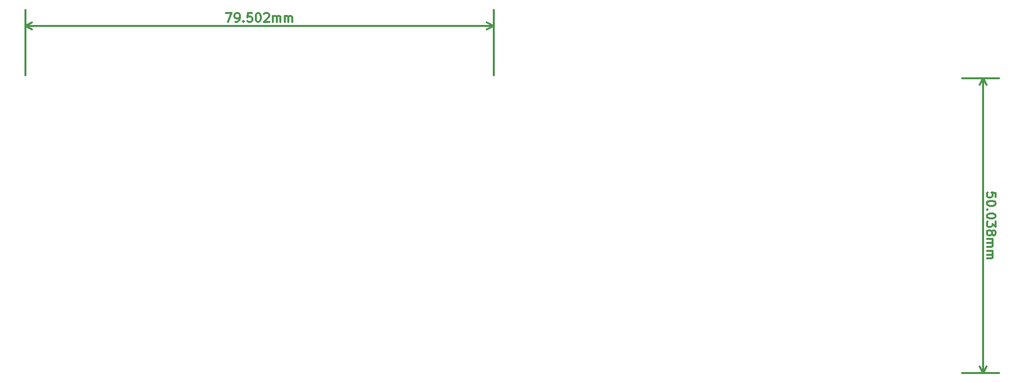
<source format=gbr>
G04 #@! TF.FileFunction,Other,ECO1*
%FSLAX46Y46*%
G04 Gerber Fmt 4.6, Leading zero omitted, Abs format (unit mm)*
G04 Created by KiCad (PCBNEW (after 2015-mar-04 BZR unknown)-product) date 2015年08月08日土曜日 23:09:20*
%MOMM*%
G01*
G04 APERTURE LIST*
%ADD10C,0.100000*%
%ADD11C,0.300000*%
G04 APERTURE END LIST*
D10*
D11*
X164731429Y79914141D02*
X164731429Y80628427D01*
X164017143Y80699856D01*
X164088571Y80628427D01*
X164160000Y80485570D01*
X164160000Y80128427D01*
X164088571Y79985570D01*
X164017143Y79914141D01*
X163874286Y79842713D01*
X163517143Y79842713D01*
X163374286Y79914141D01*
X163302857Y79985570D01*
X163231429Y80128427D01*
X163231429Y80485570D01*
X163302857Y80628427D01*
X163374286Y80699856D01*
X164731429Y78914142D02*
X164731429Y78771285D01*
X164660000Y78628428D01*
X164588571Y78556999D01*
X164445714Y78485570D01*
X164160000Y78414142D01*
X163802857Y78414142D01*
X163517143Y78485570D01*
X163374286Y78556999D01*
X163302857Y78628428D01*
X163231429Y78771285D01*
X163231429Y78914142D01*
X163302857Y79056999D01*
X163374286Y79128428D01*
X163517143Y79199856D01*
X163802857Y79271285D01*
X164160000Y79271285D01*
X164445714Y79199856D01*
X164588571Y79128428D01*
X164660000Y79056999D01*
X164731429Y78914142D01*
X163374286Y77771285D02*
X163302857Y77699857D01*
X163231429Y77771285D01*
X163302857Y77842714D01*
X163374286Y77771285D01*
X163231429Y77771285D01*
X164731429Y76771285D02*
X164731429Y76628428D01*
X164660000Y76485571D01*
X164588571Y76414142D01*
X164445714Y76342713D01*
X164160000Y76271285D01*
X163802857Y76271285D01*
X163517143Y76342713D01*
X163374286Y76414142D01*
X163302857Y76485571D01*
X163231429Y76628428D01*
X163231429Y76771285D01*
X163302857Y76914142D01*
X163374286Y76985571D01*
X163517143Y77056999D01*
X163802857Y77128428D01*
X164160000Y77128428D01*
X164445714Y77056999D01*
X164588571Y76985571D01*
X164660000Y76914142D01*
X164731429Y76771285D01*
X164731429Y75771285D02*
X164731429Y74842714D01*
X164160000Y75342714D01*
X164160000Y75128428D01*
X164088571Y74985571D01*
X164017143Y74914142D01*
X163874286Y74842714D01*
X163517143Y74842714D01*
X163374286Y74914142D01*
X163302857Y74985571D01*
X163231429Y75128428D01*
X163231429Y75557000D01*
X163302857Y75699857D01*
X163374286Y75771285D01*
X164088571Y73985571D02*
X164160000Y74128429D01*
X164231429Y74199857D01*
X164374286Y74271286D01*
X164445714Y74271286D01*
X164588571Y74199857D01*
X164660000Y74128429D01*
X164731429Y73985571D01*
X164731429Y73699857D01*
X164660000Y73557000D01*
X164588571Y73485571D01*
X164445714Y73414143D01*
X164374286Y73414143D01*
X164231429Y73485571D01*
X164160000Y73557000D01*
X164088571Y73699857D01*
X164088571Y73985571D01*
X164017143Y74128429D01*
X163945714Y74199857D01*
X163802857Y74271286D01*
X163517143Y74271286D01*
X163374286Y74199857D01*
X163302857Y74128429D01*
X163231429Y73985571D01*
X163231429Y73699857D01*
X163302857Y73557000D01*
X163374286Y73485571D01*
X163517143Y73414143D01*
X163802857Y73414143D01*
X163945714Y73485571D01*
X164017143Y73557000D01*
X164088571Y73699857D01*
X163231429Y72771286D02*
X164231429Y72771286D01*
X164088571Y72771286D02*
X164160000Y72699858D01*
X164231429Y72557000D01*
X164231429Y72342715D01*
X164160000Y72199858D01*
X164017143Y72128429D01*
X163231429Y72128429D01*
X164017143Y72128429D02*
X164160000Y72057000D01*
X164231429Y71914143D01*
X164231429Y71699858D01*
X164160000Y71557000D01*
X164017143Y71485572D01*
X163231429Y71485572D01*
X163231429Y70771286D02*
X164231429Y70771286D01*
X164088571Y70771286D02*
X164160000Y70699858D01*
X164231429Y70557000D01*
X164231429Y70342715D01*
X164160000Y70199858D01*
X164017143Y70128429D01*
X163231429Y70128429D01*
X164017143Y70128429D02*
X164160000Y70057000D01*
X164231429Y69914143D01*
X164231429Y69699858D01*
X164160000Y69557000D01*
X164017143Y69485572D01*
X163231429Y69485572D01*
X162560000Y100076000D02*
X162560000Y50038000D01*
X159004000Y100076000D02*
X165260000Y100076000D01*
X159004000Y50038000D02*
X165260000Y50038000D01*
X162560000Y50038000D02*
X161973579Y51164504D01*
X162560000Y50038000D02*
X163146421Y51164504D01*
X162560000Y100076000D02*
X161973579Y98949496D01*
X162560000Y100076000D02*
X163146421Y98949496D01*
X34036716Y111137429D02*
X35036716Y111137429D01*
X34393859Y109637429D01*
X35679572Y109637429D02*
X35965287Y109637429D01*
X36108144Y109708857D01*
X36179572Y109780286D01*
X36322430Y109994571D01*
X36393858Y110280286D01*
X36393858Y110851714D01*
X36322430Y110994571D01*
X36251001Y111066000D01*
X36108144Y111137429D01*
X35822430Y111137429D01*
X35679572Y111066000D01*
X35608144Y110994571D01*
X35536715Y110851714D01*
X35536715Y110494571D01*
X35608144Y110351714D01*
X35679572Y110280286D01*
X35822430Y110208857D01*
X36108144Y110208857D01*
X36251001Y110280286D01*
X36322430Y110351714D01*
X36393858Y110494571D01*
X37036715Y109780286D02*
X37108143Y109708857D01*
X37036715Y109637429D01*
X36965286Y109708857D01*
X37036715Y109780286D01*
X37036715Y109637429D01*
X38465287Y111137429D02*
X37751001Y111137429D01*
X37679572Y110423143D01*
X37751001Y110494571D01*
X37893858Y110566000D01*
X38251001Y110566000D01*
X38393858Y110494571D01*
X38465287Y110423143D01*
X38536715Y110280286D01*
X38536715Y109923143D01*
X38465287Y109780286D01*
X38393858Y109708857D01*
X38251001Y109637429D01*
X37893858Y109637429D01*
X37751001Y109708857D01*
X37679572Y109780286D01*
X39465286Y111137429D02*
X39608143Y111137429D01*
X39751000Y111066000D01*
X39822429Y110994571D01*
X39893858Y110851714D01*
X39965286Y110566000D01*
X39965286Y110208857D01*
X39893858Y109923143D01*
X39822429Y109780286D01*
X39751000Y109708857D01*
X39608143Y109637429D01*
X39465286Y109637429D01*
X39322429Y109708857D01*
X39251000Y109780286D01*
X39179572Y109923143D01*
X39108143Y110208857D01*
X39108143Y110566000D01*
X39179572Y110851714D01*
X39251000Y110994571D01*
X39322429Y111066000D01*
X39465286Y111137429D01*
X40536714Y110994571D02*
X40608143Y111066000D01*
X40751000Y111137429D01*
X41108143Y111137429D01*
X41251000Y111066000D01*
X41322429Y110994571D01*
X41393857Y110851714D01*
X41393857Y110708857D01*
X41322429Y110494571D01*
X40465286Y109637429D01*
X41393857Y109637429D01*
X42036714Y109637429D02*
X42036714Y110637429D01*
X42036714Y110494571D02*
X42108142Y110566000D01*
X42251000Y110637429D01*
X42465285Y110637429D01*
X42608142Y110566000D01*
X42679571Y110423143D01*
X42679571Y109637429D01*
X42679571Y110423143D02*
X42751000Y110566000D01*
X42893857Y110637429D01*
X43108142Y110637429D01*
X43251000Y110566000D01*
X43322428Y110423143D01*
X43322428Y109637429D01*
X44036714Y109637429D02*
X44036714Y110637429D01*
X44036714Y110494571D02*
X44108142Y110566000D01*
X44251000Y110637429D01*
X44465285Y110637429D01*
X44608142Y110566000D01*
X44679571Y110423143D01*
X44679571Y109637429D01*
X44679571Y110423143D02*
X44751000Y110566000D01*
X44893857Y110637429D01*
X45108142Y110637429D01*
X45251000Y110566000D01*
X45322428Y110423143D01*
X45322428Y109637429D01*
X0Y108966000D02*
X79502000Y108966000D01*
X0Y100584000D02*
X0Y111666000D01*
X79502000Y100584000D02*
X79502000Y111666000D01*
X79502000Y108966000D02*
X78375496Y108379579D01*
X79502000Y108966000D02*
X78375496Y109552421D01*
X0Y108966000D02*
X1126504Y108379579D01*
X0Y108966000D02*
X1126504Y109552421D01*
M02*

</source>
